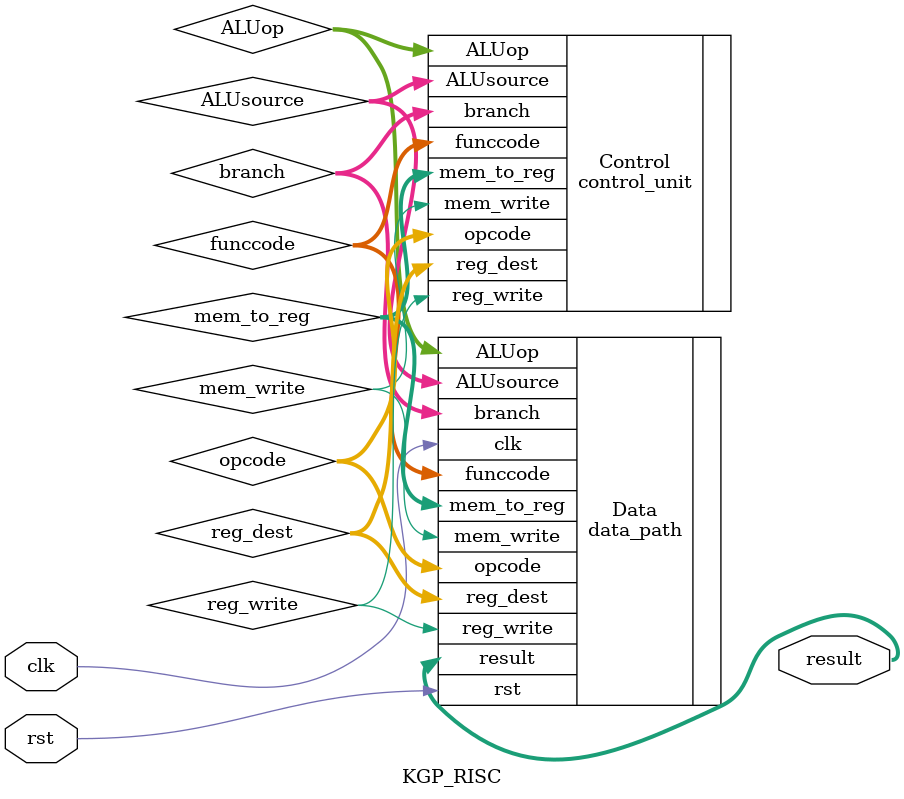
<source format=v>
`timescale 1ns / 1ps
module KGP_RISC(
	input clk,
	input rst,
    output [31:0] result
);
	wire [5:0] opcode;
    wire [5:0] funccode;
    wire [1:0] reg_dest;
    wire reg_write;
    wire mem_write;
    wire [1:0] mem_to_reg;
    wire [1:0] ALUsource;
    wire [2:0] ALUop;
    wire [2:0] branch;
	 wire [31:0] res;
	 //wire clk_out;
	 //clock_divider a0(clk,rst,clk_out); 
	control_unit Control(
	 .opcode(opcode),
	 .funccode(funccode),
    .reg_dest(reg_dest),
    .reg_write(reg_write),
    .ALUop(ALUop),
    .ALUsource(ALUsource),
    .mem_write(mem_write),
    .mem_to_reg(mem_to_reg),
    .branch(branch)
	);
	data_path Data(
  	 .opcode(opcode),
	 .funccode(funccode),
    .reg_dest(reg_dest),
    .reg_write(reg_write),
    .ALUop(ALUop),
    .ALUsource(ALUsource),
    .mem_write(mem_write),
    .mem_to_reg(mem_to_reg),
    .branch(branch),
	 .clk(clk),
	 .rst(rst),
	 //.instruction(instruction),
     .result(result)
	);
	//assign result = res;

endmodule

</source>
